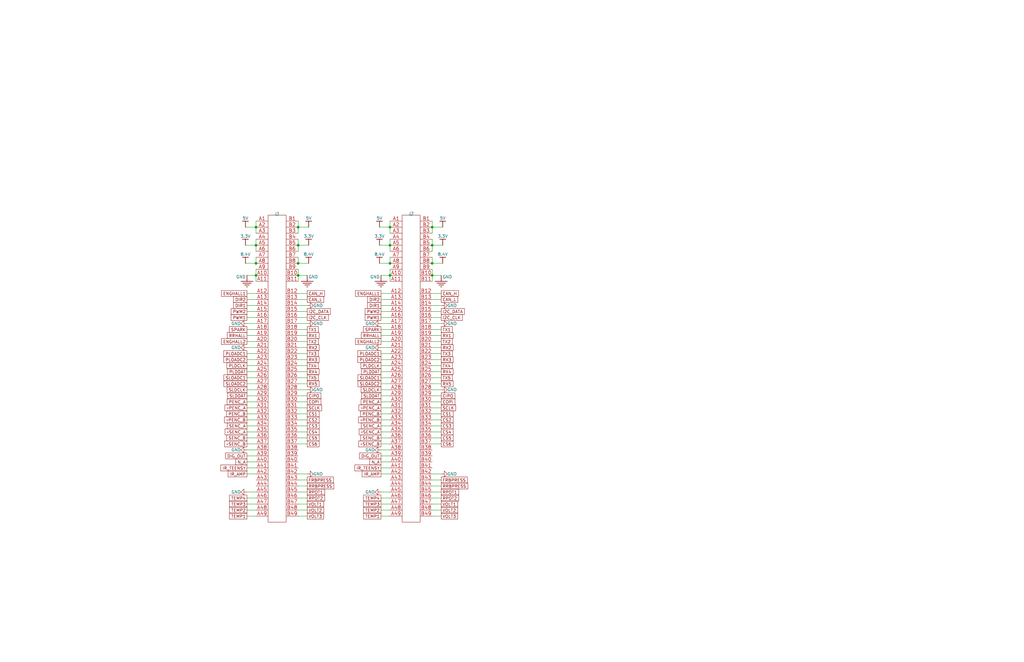
<source format=kicad_sch>
(kicad_sch (version 20230121) (generator eeschema)
  (paper "B")
  (lib_symbols
    (symbol "9-1734774-5:PCIE"
      (property "Reference" "J" (at 0 2.54 0))
      (symbol "PCIE_0_1"
        (rectangle (start -3.81 0) (end 3.81 -129.54))
      )
      (symbol "PCIE_1_1"
        (pin unspecified line (at -8.89 -2.54 0) (length 5.08) (name "") (number "A1"))
        (pin unspecified line (at -8.89 -25.4 0) (length 5.08) (name "") (number "A10"))
        (pin unspecified line (at -8.89 -27.94 0) (length 5.08) (name "") (number "A11"))
        (pin unspecified line (at -8.89 -33.02 0) (length 5.08) (name "") (number "A12"))
        (pin unspecified line (at -8.89 -35.56 0) (length 5.08) (name "") (number "A13"))
        (pin unspecified line (at -8.89 -38.1 0) (length 5.08) (name "") (number "A14"))
        (pin unspecified line (at -8.89 -40.64 0) (length 5.08) (name "") (number "A15"))
        (pin unspecified line (at -8.89 -43.18 0) (length 5.08) (name "") (number "A16"))
        (pin unspecified line (at -8.89 -45.72 0) (length 5.08) (name "") (number "A17"))
        (pin unspecified line (at -8.89 -48.26 0) (length 5.08) (name "") (number "A18"))
        (pin unspecified line (at -8.89 -50.8 0) (length 5.08) (name "") (number "A19"))
        (pin unspecified line (at -8.89 -5.08 0) (length 5.08) (name "") (number "A2"))
        (pin unspecified line (at -8.89 -53.34 0) (length 5.08) (name "") (number "A20"))
        (pin unspecified line (at -8.89 -55.88 0) (length 5.08) (name "") (number "A21"))
        (pin unspecified line (at -8.89 -58.42 0) (length 5.08) (name "") (number "A22"))
        (pin unspecified line (at -8.89 -60.96 0) (length 5.08) (name "") (number "A23"))
        (pin unspecified line (at -8.89 -63.5 0) (length 5.08) (name "") (number "A24"))
        (pin unspecified line (at -8.89 -66.04 0) (length 5.08) (name "") (number "A25"))
        (pin unspecified line (at -8.89 -68.58 0) (length 5.08) (name "") (number "A26"))
        (pin unspecified line (at -8.89 -71.12 0) (length 5.08) (name "") (number "A27"))
        (pin unspecified line (at -8.89 -73.66 0) (length 5.08) (name "") (number "A28"))
        (pin unspecified line (at -8.89 -76.2 0) (length 5.08) (name "") (number "A29"))
        (pin unspecified line (at -8.89 -7.62 0) (length 5.08) (name "") (number "A3"))
        (pin unspecified line (at -8.89 -78.74 0) (length 5.08) (name "") (number "A30"))
        (pin unspecified line (at -8.89 -81.28 0) (length 5.08) (name "") (number "A31"))
        (pin unspecified line (at -8.89 -83.82 0) (length 5.08) (name "") (number "A32"))
        (pin unspecified line (at -8.89 -86.36 0) (length 5.08) (name "") (number "A33"))
        (pin unspecified line (at -8.89 -88.9 0) (length 5.08) (name "") (number "A34"))
        (pin unspecified line (at -8.89 -91.44 0) (length 5.08) (name "") (number "A35"))
        (pin unspecified line (at -8.89 -93.98 0) (length 5.08) (name "") (number "A36"))
        (pin unspecified line (at -8.89 -96.52 0) (length 5.08) (name "") (number "A37"))
        (pin unspecified line (at -8.89 -99.06 0) (length 5.08) (name "") (number "A38"))
        (pin unspecified line (at -8.89 -101.6 0) (length 5.08) (name "") (number "A39"))
        (pin unspecified line (at -8.89 -10.16 0) (length 5.08) (name "") (number "A4"))
        (pin unspecified line (at -8.89 -104.14 0) (length 5.08) (name "") (number "A40"))
        (pin unspecified line (at -8.89 -106.68 0) (length 5.08) (name "") (number "A41"))
        (pin unspecified line (at -8.89 -109.22 0) (length 5.08) (name "") (number "A42"))
        (pin unspecified line (at -8.89 -111.76 0) (length 5.08) (name "") (number "A43"))
        (pin unspecified line (at -8.89 -114.3 0) (length 5.08) (name "") (number "A44"))
        (pin unspecified line (at -8.89 -116.84 0) (length 5.08) (name "") (number "A45"))
        (pin unspecified line (at -8.89 -119.38 0) (length 5.08) (name "") (number "A46"))
        (pin unspecified line (at -8.89 -121.92 0) (length 5.08) (name "") (number "A47"))
        (pin unspecified line (at -8.89 -124.46 0) (length 5.08) (name "") (number "A48"))
        (pin unspecified line (at -8.89 -127 0) (length 5.08) (name "") (number "A49"))
        (pin unspecified line (at -8.89 -12.7 0) (length 5.08) (name "") (number "A5"))
        (pin unspecified line (at -8.89 -15.24 0) (length 5.08) (name "") (number "A6"))
        (pin unspecified line (at -8.89 -17.78 0) (length 5.08) (name "") (number "A7"))
        (pin unspecified line (at -8.89 -20.32 0) (length 5.08) (name "") (number "A8"))
        (pin unspecified line (at -8.89 -22.86 0) (length 5.08) (name "") (number "A9"))
        (pin unspecified line (at 8.89 -2.54 180) (length 5.08) (name "") (number "B1"))
        (pin unspecified line (at 8.89 -25.4 180) (length 5.08) (name "") (number "B10"))
        (pin unspecified line (at 8.89 -27.94 180) (length 5.08) (name "") (number "B11"))
        (pin unspecified line (at 8.89 -33.02 180) (length 5.08) (name "") (number "B12"))
        (pin unspecified line (at 8.89 -35.56 180) (length 5.08) (name "") (number "B13"))
        (pin unspecified line (at 8.89 -38.1 180) (length 5.08) (name "") (number "B14"))
        (pin unspecified line (at 8.89 -40.64 180) (length 5.08) (name "") (number "B15"))
        (pin unspecified line (at 8.89 -43.18 180) (length 5.08) (name "") (number "B16"))
        (pin unspecified line (at 8.89 -45.72 180) (length 5.08) (name "") (number "B17"))
        (pin unspecified line (at 8.89 -48.26 180) (length 5.08) (name "") (number "B18"))
        (pin unspecified line (at 8.89 -50.8 180) (length 5.08) (name "") (number "B19"))
        (pin unspecified line (at 8.89 -5.08 180) (length 5.08) (name "") (number "B2"))
        (pin unspecified line (at 8.89 -53.34 180) (length 5.08) (name "") (number "B20"))
        (pin unspecified line (at 8.89 -55.88 180) (length 5.08) (name "") (number "B21"))
        (pin unspecified line (at 8.89 -58.42 180) (length 5.08) (name "") (number "B22"))
        (pin unspecified line (at 8.89 -60.96 180) (length 5.08) (name "") (number "B23"))
        (pin unspecified line (at 8.89 -63.5 180) (length 5.08) (name "") (number "B24"))
        (pin unspecified line (at 8.89 -66.04 180) (length 5.08) (name "") (number "B25"))
        (pin unspecified line (at 8.89 -68.58 180) (length 5.08) (name "") (number "B26"))
        (pin unspecified line (at 8.89 -71.12 180) (length 5.08) (name "") (number "B27"))
        (pin unspecified line (at 8.89 -73.66 180) (length 5.08) (name "") (number "B28"))
        (pin unspecified line (at 8.89 -76.2 180) (length 5.08) (name "") (number "B29"))
        (pin unspecified line (at 8.89 -7.62 180) (length 5.08) (name "") (number "B3"))
        (pin unspecified line (at 8.89 -78.74 180) (length 5.08) (name "") (number "B30"))
        (pin unspecified line (at 8.89 -81.28 180) (length 5.08) (name "") (number "B31"))
        (pin unspecified line (at 8.89 -83.82 180) (length 5.08) (name "") (number "B32"))
        (pin unspecified line (at 8.89 -86.36 180) (length 5.08) (name "") (number "B33"))
        (pin unspecified line (at 8.89 -88.9 180) (length 5.08) (name "") (number "B34"))
        (pin unspecified line (at 8.89 -91.44 180) (length 5.08) (name "") (number "B35"))
        (pin unspecified line (at 8.89 -93.98 180) (length 5.08) (name "") (number "B36"))
        (pin unspecified line (at 8.89 -96.52 180) (length 5.08) (name "") (number "B37"))
        (pin unspecified line (at 8.89 -99.06 180) (length 5.08) (name "") (number "B38"))
        (pin unspecified line (at 8.89 -101.6 180) (length 5.08) (name "") (number "B39"))
        (pin unspecified line (at 8.89 -10.16 180) (length 5.08) (name "") (number "B4"))
        (pin unspecified line (at 8.89 -104.14 180) (length 5.08) (name "") (number "B40"))
        (pin unspecified line (at 8.89 -106.68 180) (length 5.08) (name "") (number "B41"))
        (pin unspecified line (at 8.89 -109.22 180) (length 5.08) (name "") (number "B42"))
        (pin unspecified line (at 8.89 -111.76 180) (length 5.08) (name "") (number "B43"))
        (pin unspecified line (at 8.89 -114.3 180) (length 5.08) (name "") (number "B44"))
        (pin unspecified line (at 8.89 -116.84 180) (length 5.08) (name "") (number "B45"))
        (pin unspecified line (at 8.89 -119.38 180) (length 5.08) (name "") (number "B46"))
        (pin unspecified line (at 8.89 -121.92 180) (length 5.08) (name "") (number "B47"))
        (pin unspecified line (at 8.89 -124.46 180) (length 5.08) (name "") (number "B48"))
        (pin unspecified line (at 8.89 -127 180) (length 5.08) (name "") (number "B49"))
        (pin unspecified line (at 8.89 -12.7 180) (length 5.08) (name "") (number "B5"))
        (pin unspecified line (at 8.89 -15.24 180) (length 5.08) (name "") (number "B6"))
        (pin unspecified line (at 8.89 -17.78 180) (length 5.08) (name "") (number "B7"))
        (pin unspecified line (at 8.89 -20.32 180) (length 5.08) (name "") (number "B8"))
        (pin unspecified line (at 8.89 -22.86 180) (length 5.08) (name "") (number "B9"))
      )
    )
    (symbol "backplane-concept-altium-import:3.3V" (power)
      (property "Reference" "#PWR" (at 0 0 0))
      (property "Value" "3.3V" (at 0 3.81 0))
      (symbol "3.3V_0_0"
        (polyline (pts (xy -1.27 -2.54) (xy 1.27 -2.54)) (stroke (width 0.254)))
        (polyline (pts (xy 0 0) (xy 0 -2.54)) (stroke (width 0.254)))
        (pin power_in line (at 0 0 0) (length 0) hide (name "3.3V") (number ""))
      )
    )
    (symbol "backplane-concept-altium-import:5V" (power)
      (property "Reference" "#PWR" (at 0 0 0))
      (property "Value" "5V" (at 0 3.81 0))
      (symbol "5V_0_0"
        (polyline (pts (xy -1.27 -2.54) (xy 1.27 -2.54)) (stroke (width 0.254)))
        (polyline (pts (xy 0 0) (xy 0 -2.54)) (stroke (width 0.254)))
        (pin power_in line (at 0 0 0) (length 0) hide (name "5V") (number ""))
      )
    )
    (symbol "backplane-concept-altium-import:8.4V" (power)
      (property "Reference" "#PWR" (at 0 0 0))
      (property "Value" "8.4V" (at 0 3.81 0))
      (symbol "8.4V_0_0"
        (polyline (pts (xy -1.27 -2.54) (xy 1.27 -2.54)) (stroke (width 0.254)))
        (polyline (pts (xy 0 0) (xy 0 -2.54)) (stroke (width 0.254)))
        (pin power_in line (at 0 0 0) (length 0) hide (name "8.4V") (number ""))
      )
    )
    (symbol "backplane-concept-altium-import:GND" (power)
      (property "Reference" "#PWR" (at 0 0 0))
      (property "Value" "GND" (at 0 6.35 0))
      (symbol "GND_0_0"
        (polyline (pts (xy -2.54 -2.54) (xy 2.54 -2.54)) (stroke (width 0.254)))
        (polyline (pts (xy -1.778 -3.302) (xy 1.778 -3.302)) (stroke (width 0.254)))
        (polyline (pts (xy -1.016 -4.064) (xy 1.016 -4.064)) (stroke (width 0.254)))
        (polyline (pts (xy -0.254 -4.826) (xy 0.254 -4.826)) (stroke (width 0.254)))
        (polyline (pts (xy 0 0) (xy 0 -2.54)) (stroke (width 0.254)))
        (pin power_in line (at 0 0 0) (length 0) hide (name "GND") (number ""))
      )
    )
    (symbol "power:GND" (power) (pin_names (offset 0))
      (property "Value" "GND" (at 0 -3.81 0))
      (symbol "GND_0_1"
        (polyline (pts (xy 0 0) (xy 0 -1.27) (xy 1.27 -1.27) (xy 0 -2.54) (xy -1.27 -1.27) (xy 0 -1.27)))
      )
      (symbol "GND_1_1"
        (pin power_in line (at 0 0 270) (length 0) hide (name "GND") (number "1"))
      )
    )
  )
  (junction (at 164.465 116.205))
  (junction (at 125.73 103.505))
  (junction (at 107.95 116.205))
  (junction (at 164.465 111.125))
  (junction (at 182.245 103.505))
  (junction (at 125.73 95.885))
  (junction (at 107.95 103.505))
  (junction (at 125.73 111.125))
  (junction (at 107.95 95.885))
  (junction (at 182.245 95.885))
  (junction (at 164.465 95.885))
  (junction (at 125.73 116.205))
  (junction (at 164.465 103.505))
  (junction (at 182.245 116.205))
  (junction (at 107.95 111.125))
  (junction (at 182.245 111.125))
  (wire (pts (xy 182.245 100.965) (xy 182.245 103.505)))
  (wire (pts (xy 186.055 169.545) (xy 182.245 169.545)))
  (wire (pts (xy 160.655 192.405) (xy 164.465 192.405)))
  (wire (pts (xy 129.54 161.925) (xy 125.73 161.925)))
  (wire (pts (xy 186.055 144.145) (xy 182.245 144.145)))
  (wire (pts (xy 104.14 182.245) (xy 107.95 182.245)))
  (wire (pts (xy 103.505 111.125) (xy 107.95 111.125)))
  (wire (pts (xy 107.95 116.205) (xy 107.95 118.745)))
  (wire (pts (xy 104.14 172.085) (xy 107.95 172.085)))
  (wire (pts (xy 182.245 113.665) (xy 182.245 116.205)))
  (wire (pts (xy 125.73 113.665) (xy 125.73 116.205)))
  (wire (pts (xy 104.14 164.465) (xy 107.95 164.465)))
  (wire (pts (xy 160.655 159.385) (xy 164.465 159.385)))
  (wire (pts (xy 107.95 95.885) (xy 107.95 98.425)))
  (wire (pts (xy 129.54 200.025) (xy 125.73 200.025)))
  (wire (pts (xy 129.54 144.145) (xy 125.73 144.145)))
  (wire (pts (xy 164.465 111.125) (xy 164.465 108.585)))
  (wire (pts (xy 160.655 136.525) (xy 164.465 136.525)))
  (wire (pts (xy 104.14 210.185) (xy 107.95 210.185)))
  (wire (pts (xy 186.055 207.645) (xy 182.245 207.645)))
  (wire (pts (xy 129.54 167.005) (xy 125.73 167.005)))
  (wire (pts (xy 160.655 184.785) (xy 164.465 184.785)))
  (wire (pts (xy 160.655 133.985) (xy 164.465 133.985)))
  (wire (pts (xy 104.14 123.825) (xy 107.95 123.825)))
  (wire (pts (xy 129.54 164.465) (xy 125.73 164.465)))
  (wire (pts (xy 160.655 128.905) (xy 164.465 128.905)))
  (wire (pts (xy 104.14 174.625) (xy 107.95 174.625)))
  (wire (pts (xy 125.73 103.505) (xy 125.73 106.045)))
  (wire (pts (xy 125.73 95.885) (xy 130.175 95.885)))
  (wire (pts (xy 104.14 207.645) (xy 107.95 207.645)))
  (wire (pts (xy 160.655 149.225) (xy 164.465 149.225)))
  (wire (pts (xy 104.14 149.225) (xy 107.95 149.225)))
  (wire (pts (xy 125.73 100.965) (xy 125.73 103.505)))
  (wire (pts (xy 160.655 212.725) (xy 164.465 212.725)))
  (wire (pts (xy 160.655 146.685) (xy 164.465 146.685)))
  (wire (pts (xy 104.14 146.685) (xy 107.95 146.685)))
  (wire (pts (xy 104.14 212.725) (xy 107.95 212.725)))
  (wire (pts (xy 129.54 156.845) (xy 125.73 156.845)))
  (wire (pts (xy 186.055 202.565) (xy 182.245 202.565)))
  (wire (pts (xy 104.14 194.945) (xy 107.95 194.945)))
  (wire (pts (xy 130.175 111.125) (xy 125.73 111.125)))
  (wire (pts (xy 160.655 215.265) (xy 164.465 215.265)))
  (wire (pts (xy 186.055 161.925) (xy 182.245 161.925)))
  (wire (pts (xy 186.055 139.065) (xy 182.245 139.065)))
  (wire (pts (xy 104.14 169.545) (xy 107.95 169.545)))
  (wire (pts (xy 129.54 128.905) (xy 125.73 128.905)))
  (wire (pts (xy 186.055 123.825) (xy 182.245 123.825)))
  (wire (pts (xy 164.465 95.885) (xy 164.465 98.425)))
  (wire (pts (xy 104.14 144.145) (xy 107.95 144.145)))
  (wire (pts (xy 129.54 177.165) (xy 125.73 177.165)))
  (wire (pts (xy 186.055 154.305) (xy 182.245 154.305)))
  (wire (pts (xy 104.14 177.165) (xy 107.95 177.165)))
  (wire (pts (xy 129.54 149.225) (xy 125.73 149.225)))
  (wire (pts (xy 104.14 159.385) (xy 107.95 159.385)))
  (wire (pts (xy 129.54 136.525) (xy 125.73 136.525)))
  (wire (pts (xy 164.465 103.505) (xy 164.465 106.045)))
  (wire (pts (xy 107.95 93.345) (xy 107.95 95.885)))
  (wire (pts (xy 129.54 159.385) (xy 125.73 159.385)))
  (wire (pts (xy 160.655 139.065) (xy 164.465 139.065)))
  (wire (pts (xy 186.055 174.625) (xy 182.245 174.625)))
  (wire (pts (xy 160.655 174.625) (xy 164.465 174.625)))
  (wire (pts (xy 104.14 217.805) (xy 107.95 217.805)))
  (wire (pts (xy 186.055 167.005) (xy 182.245 167.005)))
  (wire (pts (xy 129.54 182.245) (xy 125.73 182.245)))
  (wire (pts (xy 129.54 210.185) (xy 125.73 210.185)))
  (wire (pts (xy 104.14 126.365) (xy 107.95 126.365)))
  (wire (pts (xy 129.54 141.605) (xy 125.73 141.605)))
  (wire (pts (xy 129.54 123.825) (xy 125.73 123.825)))
  (wire (pts (xy 129.54 169.545) (xy 125.73 169.545)))
  (wire (pts (xy 186.055 146.685) (xy 182.245 146.685)))
  (wire (pts (xy 104.14 197.485) (xy 107.95 197.485)))
  (wire (pts (xy 186.055 182.245) (xy 182.245 182.245)))
  (wire (pts (xy 160.655 179.705) (xy 164.465 179.705)))
  (wire (pts (xy 160.655 189.865) (xy 164.465 189.865)))
  (wire (pts (xy 160.655 169.545) (xy 164.465 169.545)))
  (wire (pts (xy 129.54 146.685) (xy 125.73 146.685)))
  (wire (pts (xy 160.655 187.325) (xy 164.465 187.325)))
  (wire (pts (xy 129.54 131.445) (xy 125.73 131.445)))
  (wire (pts (xy 186.055 200.025) (xy 182.245 200.025)))
  (wire (pts (xy 164.465 103.505) (xy 160.02 103.505)))
  (wire (pts (xy 182.245 93.345) (xy 182.245 95.885)))
  (wire (pts (xy 107.95 113.665) (xy 107.95 116.205)))
  (wire (pts (xy 164.465 116.205) (xy 164.465 118.745)))
  (wire (pts (xy 107.95 95.885) (xy 103.505 95.885)))
  (wire (pts (xy 186.055 159.385) (xy 182.245 159.385)))
  (wire (pts (xy 164.465 100.965) (xy 164.465 103.505)))
  (wire (pts (xy 129.54 187.325) (xy 125.73 187.325)))
  (wire (pts (xy 104.14 151.765) (xy 107.95 151.765)))
  (wire (pts (xy 186.055 187.325) (xy 182.245 187.325)))
  (wire (pts (xy 104.14 116.205) (xy 107.95 116.205)))
  (wire (pts (xy 160.655 177.165) (xy 164.465 177.165)))
  (wire (pts (xy 104.14 141.605) (xy 107.95 141.605)))
  (wire (pts (xy 107.95 103.505) (xy 107.95 106.045)))
  (wire (pts (xy 160.655 123.825) (xy 164.465 123.825)))
  (wire (pts (xy 129.54 139.065) (xy 125.73 139.065)))
  (wire (pts (xy 129.54 184.785) (xy 125.73 184.785)))
  (wire (pts (xy 160.655 151.765) (xy 164.465 151.765)))
  (wire (pts (xy 164.465 113.665) (xy 164.465 116.205)))
  (wire (pts (xy 186.055 141.605) (xy 182.245 141.605)))
  (wire (pts (xy 182.245 116.205) (xy 182.245 118.745)))
  (wire (pts (xy 182.245 95.885) (xy 186.69 95.885)))
  (wire (pts (xy 160.655 144.145) (xy 164.465 144.145)))
  (wire (pts (xy 182.245 103.505) (xy 186.69 103.505)))
  (wire (pts (xy 107.95 111.125) (xy 107.95 108.585)))
  (wire (pts (xy 160.655 197.485) (xy 164.465 197.485)))
  (wire (pts (xy 104.14 215.265) (xy 107.95 215.265)))
  (wire (pts (xy 107.95 100.965) (xy 107.95 103.505)))
  (wire (pts (xy 104.14 184.785) (xy 107.95 184.785)))
  (wire (pts (xy 129.54 217.805) (xy 125.73 217.805)))
  (wire (pts (xy 129.54 151.765) (xy 125.73 151.765)))
  (wire (pts (xy 160.655 200.025) (xy 164.465 200.025)))
  (wire (pts (xy 129.54 154.305) (xy 125.73 154.305)))
  (wire (pts (xy 129.54 133.985) (xy 125.73 133.985)))
  (wire (pts (xy 129.54 212.725) (xy 125.73 212.725)))
  (wire (pts (xy 129.54 207.645) (xy 125.73 207.645)))
  (wire (pts (xy 125.73 103.505) (xy 130.175 103.505)))
  (wire (pts (xy 104.14 128.905) (xy 107.95 128.905)))
  (wire (pts (xy 186.055 126.365) (xy 182.245 126.365)))
  (wire (pts (xy 129.54 205.105) (xy 125.73 205.105)))
  (wire (pts (xy 160.655 217.805) (xy 164.465 217.805)))
  (wire (pts (xy 104.14 192.405) (xy 107.95 192.405)))
  (wire (pts (xy 129.54 172.085) (xy 125.73 172.085)))
  (wire (pts (xy 104.14 154.305) (xy 107.95 154.305)))
  (wire (pts (xy 186.69 111.125) (xy 182.245 111.125)))
  (wire (pts (xy 160.655 172.085) (xy 164.465 172.085)))
  (wire (pts (xy 186.055 179.705) (xy 182.245 179.705)))
  (wire (pts (xy 160.655 141.605) (xy 164.465 141.605)))
  (wire (pts (xy 104.14 161.925) (xy 107.95 161.925)))
  (wire (pts (xy 160.655 116.205) (xy 164.465 116.205)))
  (wire (pts (xy 125.73 116.205) (xy 125.73 118.745)))
  (wire (pts (xy 186.055 210.185) (xy 182.245 210.185)))
  (wire (pts (xy 160.655 207.645) (xy 164.465 207.645)))
  (wire (pts (xy 104.14 133.985) (xy 107.95 133.985)))
  (wire (pts (xy 186.055 212.725) (xy 182.245 212.725)))
  (wire (pts (xy 160.655 182.245) (xy 164.465 182.245)))
  (wire (pts (xy 186.055 156.845) (xy 182.245 156.845)))
  (wire (pts (xy 104.14 189.865) (xy 107.95 189.865)))
  (wire (pts (xy 186.055 177.165) (xy 182.245 177.165)))
  (wire (pts (xy 164.465 93.345) (xy 164.465 95.885)))
  (wire (pts (xy 129.54 126.365) (xy 125.73 126.365)))
  (wire (pts (xy 186.055 136.525) (xy 182.245 136.525)))
  (wire (pts (xy 186.055 151.765) (xy 182.245 151.765)))
  (wire (pts (xy 186.055 133.985) (xy 182.245 133.985)))
  (wire (pts (xy 186.055 217.805) (xy 182.245 217.805)))
  (wire (pts (xy 160.655 131.445) (xy 164.465 131.445)))
  (wire (pts (xy 186.055 131.445) (xy 182.245 131.445)))
  (wire (pts (xy 129.54 116.205) (xy 125.73 116.205)))
  (wire (pts (xy 160.655 126.365) (xy 164.465 126.365)))
  (wire (pts (xy 129.54 202.565) (xy 125.73 202.565)))
  (wire (pts (xy 104.14 187.325) (xy 107.95 187.325)))
  (wire (pts (xy 129.54 215.265) (xy 125.73 215.265)))
  (wire (pts (xy 160.02 111.125) (xy 164.465 111.125)))
  (wire (pts (xy 164.465 95.885) (xy 160.02 95.885)))
  (wire (pts (xy 129.54 179.705) (xy 125.73 179.705)))
  (wire (pts (xy 160.655 194.945) (xy 164.465 194.945)))
  (wire (pts (xy 104.14 167.005) (xy 107.95 167.005)))
  (wire (pts (xy 186.055 116.205) (xy 182.245 116.205)))
  (wire (pts (xy 160.655 164.465) (xy 164.465 164.465)))
  (wire (pts (xy 182.245 95.885) (xy 182.245 98.425)))
  (wire (pts (xy 104.14 139.065) (xy 107.95 139.065)))
  (wire (pts (xy 125.73 93.345) (xy 125.73 95.885)))
  (wire (pts (xy 107.95 103.505) (xy 103.505 103.505)))
  (wire (pts (xy 160.655 167.005) (xy 164.465 167.005)))
  (wire (pts (xy 125.73 95.885) (xy 125.73 98.425)))
  (wire (pts (xy 186.055 149.225) (xy 182.245 149.225)))
  (wire (pts (xy 160.655 156.845) (xy 164.465 156.845)))
  (wire (pts (xy 104.14 136.525) (xy 107.95 136.525)))
  (wire (pts (xy 186.055 164.465) (xy 182.245 164.465)))
  (wire (pts (xy 186.055 205.105) (xy 182.245 205.105)))
  (wire (pts (xy 186.055 215.265) (xy 182.245 215.265)))
  (wire (pts (xy 186.055 172.085) (xy 182.245 172.085)))
  (wire (pts (xy 182.245 103.505) (xy 182.245 106.045)))
  (wire (pts (xy 182.245 111.125) (xy 182.245 108.585)))
  (wire (pts (xy 104.14 131.445) (xy 107.95 131.445)))
  (wire (pts (xy 129.54 174.625) (xy 125.73 174.625)))
  (wire (pts (xy 125.73 111.125) (xy 125.73 108.585)))
  (wire (pts (xy 186.055 184.785) (xy 182.245 184.785)))
  (wire (pts (xy 186.055 128.905) (xy 182.245 128.905)))
  (wire (pts (xy 104.14 156.845) (xy 107.95 156.845)))
  (wire (pts (xy 160.655 210.185) (xy 164.465 210.185)))
  (wire (pts (xy 160.655 154.305) (xy 164.465 154.305)))
  (wire (pts (xy 104.14 179.705) (xy 107.95 179.705)))
  (wire (pts (xy 160.655 161.925) (xy 164.465 161.925)))
  (wire (pts (xy 104.14 200.025) (xy 107.95 200.025)))
  (global_label "CS6" (shape passive) (at 129.54 187.325 0))
  (global_label "RX3" (shape passive) (at 129.54 151.765 0))
  (global_label "~PENC_A" (shape passive) (at 160.655 172.085 180) (property "Intersheetrefs" "${INTERSHEET_REFS}" (effects hide)))
  (global_label "PLOADC1" (shape passive) (at 160.655 149.225 180) (property "Intersheetrefs" "${INTERSHEET_REFS}" (effects hide)))
  (global_label "RX3" (shape passive) (at 186.055 151.765 0) (property "Intersheetrefs" "${INTERSHEET_REFS}" (effects hide)))
  (global_label "SENC_B" (shape passive) (at 104.14 184.785 180))
  (global_label "RX2" (shape passive) (at 186.055 146.685 0) (property "Intersheetrefs" "${INTERSHEET_REFS}" (effects hide)))
  (global_label "I2C_DATA" (shape passive) (at 186.055 131.445 0) (property "Intersheetrefs" "${INTERSHEET_REFS}" (effects hide)))
  (global_label "CS4" (shape passive) (at 186.055 182.245 0) (property "Intersheetrefs" "${INTERSHEET_REFS}" (effects hide)))
  (global_label "PLOADC1" (shape passive) (at 104.14 149.225 180))
  (global_label "COPI" (shape passive) (at 186.055 169.545 0) (property "Intersheetrefs" "${INTERSHEET_REFS}" (effects hide)))
  (global_label "CIPO" (shape passive) (at 186.055 167.005 0) (property "Intersheetrefs" "${INTERSHEET_REFS}" (effects hide)))
  (global_label "CIPO" (shape passive) (at 129.54 167.005 0))
  (global_label "CS2" (shape passive) (at 186.055 177.165 0) (property "Intersheetrefs" "${INTERSHEET_REFS}" (effects hide)))
  (global_label "SCLK" (shape passive) (at 129.54 172.085 0))
  (global_label "PENC_A" (shape passive) (at 160.655 169.545 180) (property "Intersheetrefs" "${INTERSHEET_REFS}" (effects hide)))
  (global_label "I2C_CLK" (shape passive) (at 129.54 133.985 0))
  (global_label "RX4" (shape passive) (at 186.055 156.845 0) (property "Intersheetrefs" "${INTERSHEET_REFS}" (effects hide)))
  (global_label "PENC_B" (shape passive) (at 104.14 174.625 180))
  (global_label "ENGHALL2" (shape passive) (at 160.655 144.145 180) (property "Intersheetrefs" "${INTERSHEET_REFS}" (effects hide)))
  (global_label "PWM2" (shape passive) (at 104.14 131.445 180))
  (global_label "N_A" (shape passive) (at 160.655 194.945 180) (property "Intersheetrefs" "${INTERSHEET_REFS}" (effects hide)))
  (global_label "PLDCLK" (shape passive) (at 160.655 154.305 180) (property "Intersheetrefs" "${INTERSHEET_REFS}" (effects hide)))
  (global_label "RPOT2" (shape passive) (at 186.055 210.185 0) (property "Intersheetrefs" "${INTERSHEET_REFS}" (effects hide)))
  (global_label "SCLK" (shape passive) (at 186.055 172.085 0) (property "Intersheetrefs" "${INTERSHEET_REFS}" (effects hide)))
  (global_label "N_A" (shape passive) (at 104.14 194.945 180))
  (global_label "SENC_A" (shape passive) (at 104.14 179.705 180))
  (global_label "SENC_A" (shape passive) (at 160.655 179.705 180) (property "Intersheetrefs" "${INTERSHEET_REFS}" (effects hide)))
  (global_label "TX3" (shape passive) (at 186.055 149.225 0) (property "Intersheetrefs" "${INTERSHEET_REFS}" (effects hide)))
  (global_label "RRHALL" (shape passive) (at 104.14 141.605 180))
  (global_label "PENC_B" (shape passive) (at 160.655 174.625 180) (property "Intersheetrefs" "${INTERSHEET_REFS}" (effects hide)))
  (global_label "PENC_A" (shape passive) (at 104.14 169.545 180))
  (global_label "ENGHALL1" (shape passive) (at 104.14 123.825 180))
  (global_label "CS4" (shape passive) (at 129.54 182.245 0))
  (global_label "DIR2" (shape passive) (at 104.14 126.365 180))
  (global_label "ENGHALL2" (shape passive) (at 104.14 144.145 180))
  (global_label "SLDDAT" (shape passive) (at 160.655 167.005 180) (property "Intersheetrefs" "${INTERSHEET_REFS}" (effects hide)))
  (global_label "RX1" (shape passive) (at 186.055 141.605 0) (property "Intersheetrefs" "${INTERSHEET_REFS}" (effects hide)))
  (global_label "RPOT2" (shape passive) (at 129.54 210.185 0))
  (global_label "SLOADC1" (shape passive) (at 160.655 159.385 180) (property "Intersheetrefs" "${INTERSHEET_REFS}" (effects hide)))
  (global_label "I2C_DATA" (shape passive) (at 129.54 131.445 0))
  (global_label "PLDDAT" (shape passive) (at 160.655 156.845 180) (property "Intersheetrefs" "${INTERSHEET_REFS}" (effects hide)))
  (global_label "CS6" (shape passive) (at 186.055 187.325 0) (property "Intersheetrefs" "${INTERSHEET_REFS}" (effects hide)))
  (global_label "DIR1" (shape passive) (at 104.14 128.905 180))
  (global_label "~PENC_B" (shape passive) (at 104.14 177.165 180))
  (global_label "DIR1" (shape passive) (at 160.655 128.905 180) (property "Intersheetrefs" "${INTERSHEET_REFS}" (effects hide)))
  (global_label "VOLT1" (shape passive) (at 129.54 212.725 0))
  (global_label "SLDCLK" (shape passive) (at 104.14 164.465 180))
  (global_label "VOLT1" (shape passive) (at 186.055 212.725 0) (property "Intersheetrefs" "${INTERSHEET_REFS}" (effects hide)))
  (global_label "SLOADC2" (shape passive) (at 104.14 161.925 180))
  (global_label "PLDCLK" (shape passive) (at 104.14 154.305 180))
  (global_label "RRBPRESS" (shape passive) (at 129.54 205.105 0))
  (global_label "RX2" (shape passive) (at 129.54 146.685 0))
  (global_label "TX3" (shape passive) (at 129.54 149.225 0))
  (global_label "RRHALL" (shape passive) (at 160.655 141.605 180) (property "Intersheetrefs" "${INTERSHEET_REFS}" (effects hide)))
  (global_label "SLDDAT" (shape passive) (at 104.14 167.005 180))
  (global_label "~PENC_B" (shape passive) (at 160.655 177.165 180) (property "Intersheetrefs" "${INTERSHEET_REFS}" (effects hide)))
  (global_label "I2C_CLK" (shape passive) (at 186.055 133.985 0) (property "Intersheetrefs" "${INTERSHEET_REFS}" (effects hide)))
  (global_label "TX5" (shape passive) (at 129.54 159.385 0))
  (global_label "SPARK" (shape passive) (at 160.655 139.065 180) (property "Intersheetrefs" "${INTERSHEET_REFS}" (effects hide)))
  (global_label "RX4" (shape passive) (at 129.54 156.845 0))
  (global_label "TX1" (shape passive) (at 186.055 139.065 0) (property "Intersheetrefs" "${INTERSHEET_REFS}" (effects hide)))
  (global_label "TEMP2" (shape passive) (at 104.14 215.265 180))
  (global_label "TX4" (shape passive) (at 186.055 154.305 0) (property "Intersheetrefs" "${INTERSHEET_REFS}" (effects hide)))
  (global_label "CAN_L" (shape passive) (at 129.54 126.365 0))
  (global_label "CS3" (shape passive) (at 186.055 179.705 0) (property "Intersheetrefs" "${INTERSHEET_REFS}" (effects hide)))
  (global_label "RPOT1" (shape passive) (at 186.055 207.645 0) (property "Intersheetrefs" "${INTERSHEET_REFS}" (effects hide)))
  (global_label "TEMP1" (shape passive) (at 104.14 217.805 180))
  (global_label "COPI" (shape passive) (at 129.54 169.545 0))
  (global_label "PLOADC2" (shape passive) (at 104.14 151.765 180))
  (global_label "TX4" (shape passive) (at 129.54 154.305 0))
  (global_label "TEMP1" (shape passive) (at 160.655 217.805 180) (property "Intersheetrefs" "${INTERSHEET_REFS}" (effects hide)))
  (global_label "~SENC_B" (shape passive) (at 160.655 187.325 180) (property "Intersheetrefs" "${INTERSHEET_REFS}" (effects hide)))
  (global_label "SPARK" (shape passive) (at 104.14 139.065 180))
  (global_label "TX2" (shape passive) (at 186.055 144.145 0) (property "Intersheetrefs" "${INTERSHEET_REFS}" (effects hide)))
  (global_label "PWM1" (shape passive) (at 160.655 133.985 180) (property "Intersheetrefs" "${INTERSHEET_REFS}" (effects hide)))
  (global_label "IR_TEENSY" (shape passive) (at 104.14 197.485 180))
  (global_label "~SENC_B" (shape passive) (at 104.14 187.325 180))
  (global_label "TEMP4" (shape passive) (at 104.14 210.185 180))
  (global_label "SLOADC1" (shape passive) (at 104.14 159.385 180))
  (global_label "RX1" (shape passive) (at 129.54 141.605 0))
  (global_label "DIG_OUT" (shape passive) (at 104.14 192.405 180))
  (global_label "TEMP4" (shape passive) (at 160.655 210.185 180) (property "Intersheetrefs" "${INTERSHEET_REFS}" (effects hide)))
  (global_label "VOLT2" (shape passive) (at 129.54 215.265 0))
  (global_label "PWM1" (shape passive) (at 104.14 133.985 180))
  (global_label "ENGHALL1" (shape passive) (at 160.655 123.825 180) (property "Intersheetrefs" "${INTERSHEET_REFS}" (effects hide)))
  (global_label "~SENC_A" (shape passive) (at 104.14 182.245 180))
  (global_label "CAN_L" (shape passive) (at 186.055 126.365 0) (property "Intersheetrefs" "${INTERSHEET_REFS}" (effects hide)))
  (global_label "CAN_H" (shape passive) (at 186.055 123.825 0) (property "Intersheetrefs" "${INTERSHEET_REFS}" (effects hide)))
  (global_label "IR_AMP" (shape passive) (at 104.14 200.025 180))
  (global_label "~SENC_A" (shape passive) (at 160.655 182.245 180) (property "Intersheetrefs" "${INTERSHEET_REFS}" (effects hide)))
  (global_label "RX5" (shape passive) (at 129.54 161.925 0))
  (global_label "RPOT1" (shape passive) (at 129.54 207.645 0))
  (global_label "VOLT3" (shape passive) (at 129.54 217.805 0))
  (global_label "TX2" (shape passive) (at 129.54 144.145 0))
  (global_label "PLOADC2" (shape passive) (at 160.655 151.765 180) (property "Intersheetrefs" "${INTERSHEET_REFS}" (effects hide)))
  (global_label "CS1" (shape passive) (at 186.055 174.625 0) (property "Intersheetrefs" "${INTERSHEET_REFS}" (effects hide)))
  (global_label "IR_TEENSY" (shape passive) (at 160.655 197.485 180) (property "Intersheetrefs" "${INTERSHEET_REFS}" (effects hide)))
  (global_label "RRBPRESS" (shape passive) (at 186.055 205.105 0) (property "Intersheetrefs" "${INTERSHEET_REFS}" (effects hide)))
  (global_label "IR_AMP" (shape passive) (at 160.655 200.025 180) (property "Intersheetrefs" "${INTERSHEET_REFS}" (effects hide)))
  (global_label "VOLT2" (shape passive) (at 186.055 215.265 0) (property "Intersheetrefs" "${INTERSHEET_REFS}" (effects hide)))
  (global_label "TEMP3" (shape passive) (at 104.14 212.725 180))
  (global_label "VOLT3" (shape passive) (at 186.055 217.805 0) (property "Intersheetrefs" "${INTERSHEET_REFS}" (effects hide)))
  (global_label "FRBPRESS" (shape passive) (at 186.055 202.565 0) (property "Intersheetrefs" "${INTERSHEET_REFS}" (effects hide)))
  (global_label "CS1" (shape passive) (at 129.54 174.625 0))
  (global_label "CS2" (shape passive) (at 129.54 177.165 0))
  (global_label "PWM2" (shape passive) (at 160.655 131.445 180) (property "Intersheetrefs" "${INTERSHEET_REFS}" (effects hide)))
  (global_label "SLDCLK" (shape passive) (at 160.655 164.465 180) (property "Intersheetrefs" "${INTERSHEET_REFS}" (effects hide)))
  (global_label "SENC_B" (shape passive) (at 160.655 184.785 180) (property "Intersheetrefs" "${INTERSHEET_REFS}" (effects hide)))
  (global_label "CS5" (shape passive) (at 186.055 184.785 0) (property "Intersheetrefs" "${INTERSHEET_REFS}" (effects hide)))
  (global_label "PLDDAT" (shape passive) (at 104.14 156.845 180))
  (global_label "CS5" (shape passive) (at 129.54 184.785 0))
  (global_label "CS3" (shape passive) (at 129.54 179.705 0))
  (global_label "DIR2" (shape passive) (at 160.655 126.365 180) (property "Intersheetrefs" "${INTERSHEET_REFS}" (effects hide)))
  (global_label "TEMP2" (shape passive) (at 160.655 215.265 180) (property "Intersheetrefs" "${INTERSHEET_REFS}" (effects hide)))
  (global_label "DIG_OUT" (shape passive) (at 160.655 192.405 180) (property "Intersheetrefs" "${INTERSHEET_REFS}" (effects hide)))
  (global_label "TX5" (shape passive) (at 186.055 159.385 0) (property "Intersheetrefs" "${INTERSHEET_REFS}" (effects hide)))
  (global_label "SLOADC2" (shape passive) (at 160.655 161.925 180) (property "Intersheetrefs" "${INTERSHEET_REFS}" (effects hide)))
  (global_label "TX1" (shape passive) (at 129.54 139.065 0))
  (global_label "~PENC_A" (shape passive) (at 104.14 172.085 180))
  (global_label "TEMP3" (shape passive) (at 160.655 212.725 180) (property "Intersheetrefs" "${INTERSHEET_REFS}" (effects hide)))
  (global_label "RX5" (shape passive) (at 186.055 161.925 0) (property "Intersheetrefs" "${INTERSHEET_REFS}" (effects hide)))
  (global_label "FRBPRESS" (shape passive) (at 129.54 202.565 0))
  (global_label "CAN_H" (shape passive) (at 129.54 123.825 0))
  (symbol (lib_id "power:GND") (at 186.055 128.905 90) (unit 1)
    (property "Reference" "#PWR026" (effects hide))
    (property "Value" "GND" (at 188.595 128.905 90) (effects (justify right)))
  )
  (symbol (lib_id "backplane-concept-altium-import:3.3V") (at 160.02 103.505 0) (mirror x) (unit 1)
    (property "Reference" "#PWR018" (effects hide))
    (property "Value" "3.3V" (at 160.02 99.695 0))
  )
  (symbol (lib_id "power:GND") (at 104.14 189.865 270) (unit 1)
    (property "Reference" "#PWR014" (effects hide))
    (property "Value" "GND" (at 101.6 189.865 90) (effects (justify right)))
  )
  (symbol (lib_id "backplane-concept-altium-import:8.4V") (at 103.505 111.125 0) (mirror x) (unit 1)
    (property "Reference" "#PWR08" (effects hide))
    (property "Value" "8.4V" (at 103.505 107.315 0))
  )
  (symbol (lib_id "power:GND") (at 104.14 136.525 270) (unit 1)
    (property "Reference" "#PWR015" (effects hide))
    (property "Value" "GND" (at 101.6 136.525 90) (effects (justify right)))
  )
  (symbol (lib_id "backplane-concept-altium-import:GND") (at 129.54 116.205 0) (unit 1)
    (property "Reference" "#PWR01" (effects hide))
    (property "Value" "GND" (at 132.08 116.84 0))
  )
  (symbol (lib_id "backplane-concept-altium-import:GND") (at 186.055 116.205 0) (unit 1)
    (property "Reference" "#PWR025" (effects hide))
    (property "Value" "GND" (at 188.595 116.84 0))
  )
  (symbol (lib_id "power:GND") (at 129.54 200.025 90) (unit 1)
    (property "Reference" "#PWR011" (effects hide))
    (property "Value" "GND" (at 132.08 200.025 90) (effects (justify right)))
  )
  (symbol (lib_id "backplane-concept-altium-import:3.3V") (at 130.175 103.505 180) (unit 1)
    (property "Reference" "#PWR04" (effects hide))
    (property "Value" "3.3V" (at 130.175 99.695 0))
  )
  (symbol (lib_id "power:GND") (at 104.14 146.685 270) (unit 1)
    (property "Reference" "#PWR09" (effects hide))
    (property "Value" "GND" (at 101.6 146.685 90) (effects (justify right)))
  )
  (symbol (lib_id "backplane-concept-altium-import:GND") (at 160.655 116.205 0) (mirror y) (unit 1)
    (property "Reference" "#PWR020" (effects hide))
    (property "Value" "GND" (at 158.115 116.84 0))
  )
  (symbol (lib_id "power:GND") (at 129.54 128.905 90) (unit 1)
    (property "Reference" "#PWR013" (effects hide))
    (property "Value" "GND" (at 132.08 128.905 90) (effects (justify right)))
  )
  (symbol (lib_id "backplane-concept-altium-import:8.4V") (at 160.02 111.125 0) (mirror x) (unit 1)
    (property "Reference" "#PWR019" (effects hide))
    (property "Value" "8.4V" (at 160.02 107.315 0))
  )
  (symbol (lib_id "backplane-concept-altium-import:3.3V") (at 186.69 103.505 180) (unit 1)
    (property "Reference" "#PWR031" (effects hide))
    (property "Value" "3.3V" (at 186.69 99.695 0))
  )
  (symbol (lib_id "backplane-concept-altium-import:8.4V") (at 186.69 111.125 180) (unit 1)
    (property "Reference" "#PWR032" (effects hide))
    (property "Value" "8.4V" (at 186.69 107.315 0))
  )
  (symbol (lib_id "backplane-concept-altium-import:5V") (at 130.175 95.885 180) (unit 1)
    (property "Reference" "#PWR03" (effects hide))
    (property "Value" "5V" (at 130.175 92.075 0))
  )
  (symbol (lib_id "power:GND") (at 104.14 207.645 270) (unit 1)
    (property "Reference" "#PWR010" (effects hide))
    (property "Value" "GND" (at 101.6 207.645 90) (effects (justify right)))
  )
  (symbol (lib_id "power:GND") (at 186.055 136.525 90) (unit 1)
    (property "Reference" "#PWR027" (effects hide))
    (property "Value" "GND" (at 188.595 136.525 90) (effects (justify right)))
  )
  (symbol (lib_id "backplane-concept-altium-import:8.4V") (at 130.175 111.125 180) (unit 1)
    (property "Reference" "#PWR05" (effects hide))
    (property "Value" "8.4V" (at 130.175 107.315 0))
  )
  (symbol (lib_id "backplane-concept-altium-import:GND") (at 104.14 116.205 0) (mirror y) (unit 1)
    (property "Reference" "#PWR02" (effects hide))
    (property "Value" "GND" (at 101.6 116.84 0))
  )
  (symbol (lib_id "power:GND") (at 186.055 200.025 90) (unit 1)
    (property "Reference" "#PWR029" (effects hide))
    (property "Value" "GND" (at 188.595 200.025 90) (effects (justify right)))
  )
  (symbol (lib_id "power:GND") (at 186.055 164.465 90) (unit 1)
    (property "Reference" "#PWR028" (effects hide))
    (property "Value" "GND" (at 188.595 164.465 90) (effects (justify right)))
  )
  (symbol (lib_id "power:GND") (at 160.655 136.525 270) (unit 1)
    (property "Reference" "#PWR021" (effects hide))
    (property "Value" "GND" (at 158.115 136.525 90) (effects (justify right)))
  )
  (symbol (lib_id "9-1734774-5:PCIE") (at 173.355 90.805 0) (unit 1)
    (property "Reference" "J2" (at 173.355 90.17 0))
    (property "Value" "~" (at 173.355 90.805 0))
    (property "Footprint" "!footprints:9-1734774-5" (effects hide))
  )
  (symbol (lib_id "power:GND") (at 160.655 146.685 270) (unit 1)
    (property "Reference" "#PWR022" (effects hide))
    (property "Value" "GND" (at 158.115 146.685 90) (effects (justify right)))
  )
  (symbol (lib_id "power:GND") (at 160.655 189.865 270) (unit 1)
    (property "Reference" "#PWR023" (effects hide))
    (property "Value" "GND" (at 158.115 189.865 90) (effects (justify right)))
  )
  (symbol (lib_id "backplane-concept-altium-import:3.3V") (at 103.505 103.505 0) (mirror x) (unit 1)
    (property "Reference" "#PWR07" (effects hide))
    (property "Value" "3.3V" (at 103.505 99.695 0))
  )
  (symbol (lib_id "power:GND") (at 160.655 207.645 270) (unit 1)
    (property "Reference" "#PWR024" (effects hide))
    (property "Value" "GND" (at 158.115 207.645 90) (effects (justify right)))
  )
  (symbol (lib_id "backplane-concept-altium-import:5V") (at 103.505 95.885 0) (mirror x) (unit 1)
    (property "Reference" "#PWR06" (effects hide))
    (property "Value" "5V" (at 103.505 92.075 0))
  )
  (symbol (lib_id "power:GND") (at 129.54 164.465 90) (unit 1)
    (property "Reference" "#PWR016" (effects hide))
    (property "Value" "GND" (at 132.08 164.465 90) (effects (justify right)))
  )
  (symbol (lib_id "backplane-concept-altium-import:5V") (at 186.69 95.885 180) (unit 1)
    (property "Reference" "#PWR030" (effects hide))
    (property "Value" "5V" (at 186.69 92.075 0))
  )
  (symbol (lib_id "power:GND") (at 129.54 136.525 90) (unit 1)
    (property "Reference" "#PWR012" (effects hide))
    (property "Value" "GND" (at 132.08 136.525 90) (effects (justify right)))
  )
  (symbol (lib_id "backplane-concept-altium-import:5V") (at 160.02 95.885 0) (mirror x) (unit 1)
    (property "Reference" "#PWR017" (effects hide))
    (property "Value" "5V" (at 160.02 92.075 0))
  )
  (symbol (lib_id "9-1734774-5:PCIE") (at 116.84 90.805 0) (unit 1)
    (property "Reference" "J1" (at 116.84 90.17 0))
    (property "Value" "~" (at 116.84 90.805 0))
    (property "Footprint" "!footprints:9-1734774-5" (effects hide))
  )
)
</source>
